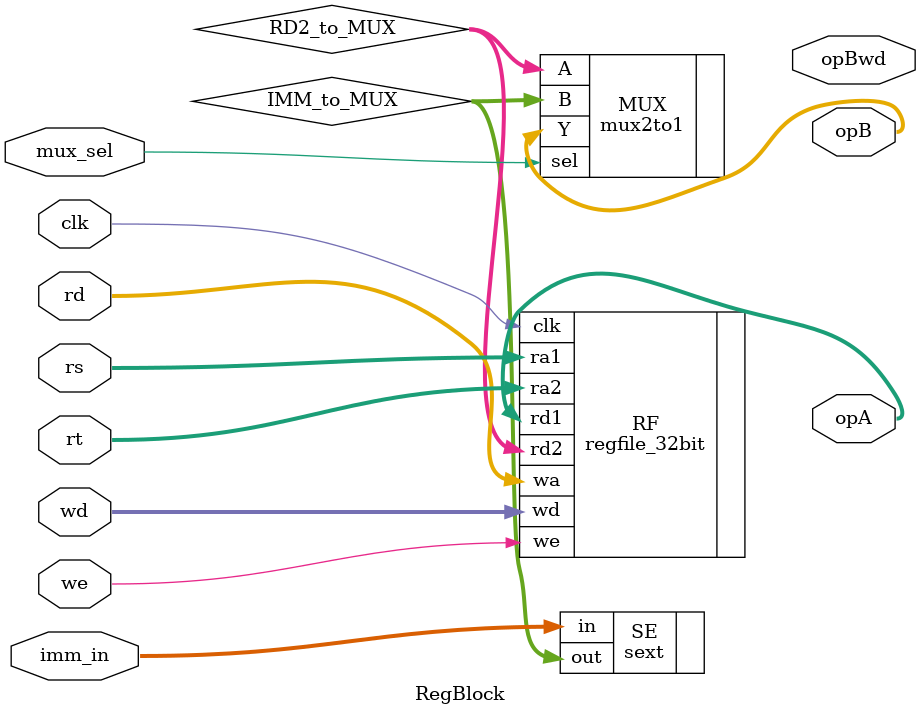
<source format=sv>
`timescale 1ns / 1ps


module RegBlock(rs, rt, rd, wd, we, clk, mux_sel, imm_in, opA, opB, opBwd);

    parameter RWIDTH = 6;
    parameter DWIDTH = 32;
    parameter IMM_IN = 15;
    
    input logic [RWIDTH -1:0]   rs;
    input logic [RWIDTH -1:0]   rt;
    input logic [RWIDTH -1:0]   rd;
    input logic [DWIDTH -1:0]   wd;
    input logic                 we;
    input logic                 clk;
    input logic                 mux_sel; //Need to be defined in the controller
    input logic [IMM_IN -1:0]   imm_in;
    output logic [DWIDTH -1:0]  opA;
    output logic [DWIDTH -1:0]  opB;
    output logic [DWIDTH -1:0]  opBwd;    
    
    wire [DWIDTH -1:0] IMM_to_MUX;
    wire [DWIDTH -1:0] RD2_to_MUX;

    regfile_32bit RF(
        .ra1(rs),
        .ra2(rt),
        .wa(rd),
        .wd(wd),
        .we(we),
        .clk(clk),
        .rd1(opA),
        .rd2(RD2_to_MUX)
        //.rd2(opBwd) // Can you hook to the same wire twice?
    );
    
    sext SE(
        .in(imm_in),
        .out(IMM_to_MUX)
    );
    
    mux2to1 MUX(
        .A(RD2_to_MUX),
        .B(IMM_to_MUX),
        .sel(mux_sel),
        .Y(opB)
    );
endmodule

</source>
